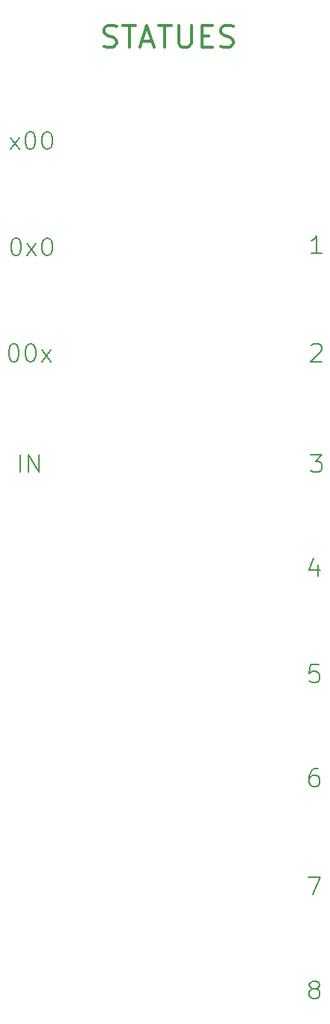
<source format=gbr>
G04 #@! TF.GenerationSoftware,KiCad,Pcbnew,(5.1.5-0)*
G04 #@! TF.CreationDate,2021-01-12T22:55:02-08:00*
G04 #@! TF.ProjectId,statues,73746174-7565-4732-9e6b-696361645f70,rev?*
G04 #@! TF.SameCoordinates,Original*
G04 #@! TF.FileFunction,Legend,Top*
G04 #@! TF.FilePolarity,Positive*
%FSLAX46Y46*%
G04 Gerber Fmt 4.6, Leading zero omitted, Abs format (unit mm)*
G04 Created by KiCad (PCBNEW (5.1.5-0)) date 2021-01-12 22:55:02*
%MOMM*%
%LPD*%
G04 APERTURE LIST*
%ADD10C,0.200000*%
%ADD11C,0.300000*%
G04 APERTURE END LIST*
D10*
X36309523Y-210761904D02*
X36119047Y-210666666D01*
X36023809Y-210571428D01*
X35928571Y-210380952D01*
X35928571Y-210285714D01*
X36023809Y-210095238D01*
X36119047Y-210000000D01*
X36309523Y-209904761D01*
X36690476Y-209904761D01*
X36880952Y-210000000D01*
X36976190Y-210095238D01*
X37071428Y-210285714D01*
X37071428Y-210380952D01*
X36976190Y-210571428D01*
X36880952Y-210666666D01*
X36690476Y-210761904D01*
X36309523Y-210761904D01*
X36119047Y-210857142D01*
X36023809Y-210952380D01*
X35928571Y-211142857D01*
X35928571Y-211523809D01*
X36023809Y-211714285D01*
X36119047Y-211809523D01*
X36309523Y-211904761D01*
X36690476Y-211904761D01*
X36880952Y-211809523D01*
X36976190Y-211714285D01*
X37071428Y-211523809D01*
X37071428Y-211142857D01*
X36976190Y-210952380D01*
X36880952Y-210857142D01*
X36690476Y-210761904D01*
X35833333Y-198154761D02*
X37166666Y-198154761D01*
X36309523Y-200154761D01*
X36880952Y-185904761D02*
X36500000Y-185904761D01*
X36309523Y-186000000D01*
X36214285Y-186095238D01*
X36023809Y-186380952D01*
X35928571Y-186761904D01*
X35928571Y-187523809D01*
X36023809Y-187714285D01*
X36119047Y-187809523D01*
X36309523Y-187904761D01*
X36690476Y-187904761D01*
X36880952Y-187809523D01*
X36976190Y-187714285D01*
X37071428Y-187523809D01*
X37071428Y-187047619D01*
X36976190Y-186857142D01*
X36880952Y-186761904D01*
X36690476Y-186666666D01*
X36309523Y-186666666D01*
X36119047Y-186761904D01*
X36023809Y-186857142D01*
X35928571Y-187047619D01*
X36976190Y-174154761D02*
X36023809Y-174154761D01*
X35928571Y-175107142D01*
X36023809Y-175011904D01*
X36214285Y-174916666D01*
X36690476Y-174916666D01*
X36880952Y-175011904D01*
X36976190Y-175107142D01*
X37071428Y-175297619D01*
X37071428Y-175773809D01*
X36976190Y-175964285D01*
X36880952Y-176059523D01*
X36690476Y-176154761D01*
X36214285Y-176154761D01*
X36023809Y-176059523D01*
X35928571Y-175964285D01*
X36880952Y-162821428D02*
X36880952Y-164154761D01*
X36404761Y-162059523D02*
X35928571Y-163488095D01*
X37166666Y-163488095D01*
X36083333Y-150404761D02*
X37321428Y-150404761D01*
X36654761Y-151166666D01*
X36940476Y-151166666D01*
X37130952Y-151261904D01*
X37226190Y-151357142D01*
X37321428Y-151547619D01*
X37321428Y-152023809D01*
X37226190Y-152214285D01*
X37130952Y-152309523D01*
X36940476Y-152404761D01*
X36369047Y-152404761D01*
X36178571Y-152309523D01*
X36083333Y-152214285D01*
X36178571Y-138095238D02*
X36273809Y-138000000D01*
X36464285Y-137904761D01*
X36940476Y-137904761D01*
X37130952Y-138000000D01*
X37226190Y-138095238D01*
X37321428Y-138285714D01*
X37321428Y-138476190D01*
X37226190Y-138761904D01*
X36083333Y-139904761D01*
X37321428Y-139904761D01*
X37321428Y-127654761D02*
X36178571Y-127654761D01*
X36750000Y-127654761D02*
X36750000Y-125654761D01*
X36559523Y-125940476D01*
X36369047Y-126130952D01*
X36178571Y-126226190D01*
X3202380Y-152404761D02*
X3202380Y-150404761D01*
X4154761Y-152404761D02*
X4154761Y-150404761D01*
X5297619Y-152404761D01*
X5297619Y-150404761D01*
X2392857Y-137904761D02*
X2583333Y-137904761D01*
X2773809Y-138000000D01*
X2869047Y-138095238D01*
X2964285Y-138285714D01*
X3059523Y-138666666D01*
X3059523Y-139142857D01*
X2964285Y-139523809D01*
X2869047Y-139714285D01*
X2773809Y-139809523D01*
X2583333Y-139904761D01*
X2392857Y-139904761D01*
X2202380Y-139809523D01*
X2107142Y-139714285D01*
X2011904Y-139523809D01*
X1916666Y-139142857D01*
X1916666Y-138666666D01*
X2011904Y-138285714D01*
X2107142Y-138095238D01*
X2202380Y-138000000D01*
X2392857Y-137904761D01*
X4297619Y-137904761D02*
X4488095Y-137904761D01*
X4678571Y-138000000D01*
X4773809Y-138095238D01*
X4869047Y-138285714D01*
X4964285Y-138666666D01*
X4964285Y-139142857D01*
X4869047Y-139523809D01*
X4773809Y-139714285D01*
X4678571Y-139809523D01*
X4488095Y-139904761D01*
X4297619Y-139904761D01*
X4107142Y-139809523D01*
X4011904Y-139714285D01*
X3916666Y-139523809D01*
X3821428Y-139142857D01*
X3821428Y-138666666D01*
X3916666Y-138285714D01*
X4011904Y-138095238D01*
X4107142Y-138000000D01*
X4297619Y-137904761D01*
X5630952Y-139904761D02*
X6678571Y-138571428D01*
X5630952Y-138571428D02*
X6678571Y-139904761D01*
X2642857Y-125904761D02*
X2833333Y-125904761D01*
X3023809Y-126000000D01*
X3119047Y-126095238D01*
X3214285Y-126285714D01*
X3309523Y-126666666D01*
X3309523Y-127142857D01*
X3214285Y-127523809D01*
X3119047Y-127714285D01*
X3023809Y-127809523D01*
X2833333Y-127904761D01*
X2642857Y-127904761D01*
X2452380Y-127809523D01*
X2357142Y-127714285D01*
X2261904Y-127523809D01*
X2166666Y-127142857D01*
X2166666Y-126666666D01*
X2261904Y-126285714D01*
X2357142Y-126095238D01*
X2452380Y-126000000D01*
X2642857Y-125904761D01*
X3976190Y-127904761D02*
X5023809Y-126571428D01*
X3976190Y-126571428D02*
X5023809Y-127904761D01*
X6166666Y-125904761D02*
X6357142Y-125904761D01*
X6547619Y-126000000D01*
X6642857Y-126095238D01*
X6738095Y-126285714D01*
X6833333Y-126666666D01*
X6833333Y-127142857D01*
X6738095Y-127523809D01*
X6642857Y-127714285D01*
X6547619Y-127809523D01*
X6357142Y-127904761D01*
X6166666Y-127904761D01*
X5976190Y-127809523D01*
X5880952Y-127714285D01*
X5785714Y-127523809D01*
X5690476Y-127142857D01*
X5690476Y-126666666D01*
X5785714Y-126285714D01*
X5880952Y-126095238D01*
X5976190Y-126000000D01*
X6166666Y-125904761D01*
X2071428Y-115904761D02*
X3119047Y-114571428D01*
X2071428Y-114571428D02*
X3119047Y-115904761D01*
X4261904Y-113904761D02*
X4452380Y-113904761D01*
X4642857Y-114000000D01*
X4738095Y-114095238D01*
X4833333Y-114285714D01*
X4928571Y-114666666D01*
X4928571Y-115142857D01*
X4833333Y-115523809D01*
X4738095Y-115714285D01*
X4642857Y-115809523D01*
X4452380Y-115904761D01*
X4261904Y-115904761D01*
X4071428Y-115809523D01*
X3976190Y-115714285D01*
X3880952Y-115523809D01*
X3785714Y-115142857D01*
X3785714Y-114666666D01*
X3880952Y-114285714D01*
X3976190Y-114095238D01*
X4071428Y-114000000D01*
X4261904Y-113904761D01*
X6166666Y-113904761D02*
X6357142Y-113904761D01*
X6547619Y-114000000D01*
X6642857Y-114095238D01*
X6738095Y-114285714D01*
X6833333Y-114666666D01*
X6833333Y-115142857D01*
X6738095Y-115523809D01*
X6642857Y-115714285D01*
X6547619Y-115809523D01*
X6357142Y-115904761D01*
X6166666Y-115904761D01*
X5976190Y-115809523D01*
X5880952Y-115714285D01*
X5785714Y-115523809D01*
X5690476Y-115142857D01*
X5690476Y-114666666D01*
X5785714Y-114285714D01*
X5880952Y-114095238D01*
X5976190Y-114000000D01*
X6166666Y-113904761D01*
D11*
X12678571Y-104261904D02*
X13035714Y-104380952D01*
X13630952Y-104380952D01*
X13869047Y-104261904D01*
X13988095Y-104142857D01*
X14107142Y-103904761D01*
X14107142Y-103666666D01*
X13988095Y-103428571D01*
X13869047Y-103309523D01*
X13630952Y-103190476D01*
X13154761Y-103071428D01*
X12916666Y-102952380D01*
X12797619Y-102833333D01*
X12678571Y-102595238D01*
X12678571Y-102357142D01*
X12797619Y-102119047D01*
X12916666Y-102000000D01*
X13154761Y-101880952D01*
X13750000Y-101880952D01*
X14107142Y-102000000D01*
X14821428Y-101880952D02*
X16250000Y-101880952D01*
X15535714Y-104380952D02*
X15535714Y-101880952D01*
X16964285Y-103666666D02*
X18154761Y-103666666D01*
X16726190Y-104380952D02*
X17559523Y-101880952D01*
X18392857Y-104380952D01*
X18869047Y-101880952D02*
X20297619Y-101880952D01*
X19583333Y-104380952D02*
X19583333Y-101880952D01*
X21130952Y-101880952D02*
X21130952Y-103904761D01*
X21250000Y-104142857D01*
X21369047Y-104261904D01*
X21607142Y-104380952D01*
X22083333Y-104380952D01*
X22321428Y-104261904D01*
X22440476Y-104142857D01*
X22559523Y-103904761D01*
X22559523Y-101880952D01*
X23750000Y-103071428D02*
X24583333Y-103071428D01*
X24940476Y-104380952D02*
X23750000Y-104380952D01*
X23750000Y-101880952D01*
X24940476Y-101880952D01*
X25892857Y-104261904D02*
X26250000Y-104380952D01*
X26845238Y-104380952D01*
X27083333Y-104261904D01*
X27202380Y-104142857D01*
X27321428Y-103904761D01*
X27321428Y-103666666D01*
X27202380Y-103428571D01*
X27083333Y-103309523D01*
X26845238Y-103190476D01*
X26369047Y-103071428D01*
X26130952Y-102952380D01*
X26011904Y-102833333D01*
X25892857Y-102595238D01*
X25892857Y-102357142D01*
X26011904Y-102119047D01*
X26130952Y-102000000D01*
X26369047Y-101880952D01*
X26964285Y-101880952D01*
X27321428Y-102000000D01*
M02*

</source>
